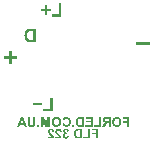
<source format=gbo>
%FSDAX44Y44*%
%MOMM*%
%SFA1B1*%

%IPPOS*%
%LNBot_silk-1*%
%LPD*%
G36*
X00756782Y00699041D02*
X00757129Y00698979D01*
X00757439Y00698881*
X00757575Y00698831*
X00757699Y00698781*
X00757823Y00698732*
X00757922Y00698682*
X00758009Y00698632*
X00758071Y00698583*
X00758133Y00698546*
X00758170Y00698521*
X00758195Y00698508*
X00758207Y00698496*
X00758331Y00698384*
X00758455Y00698260*
X00758554Y00698124*
X00758653Y00697975*
X00758802Y00697665*
X00758914Y00697368*
X00758963Y00697219*
X00758988Y00697083*
X00759025Y00696971*
X00759038Y00696860*
X00759062Y00696773*
Y00696711*
X00759075Y00696662*
Y00696649*
X00757525Y00696500*
X00757501Y00696736*
X00757464Y00696947*
X00757401Y00697108*
X00757352Y00697244*
X00757290Y00697357*
X00757253Y00697418*
X00757216Y00697467*
X00757203Y00697480*
X00757079Y00697579*
X00756955Y00697653*
X00756819Y00697703*
X00756695Y00697740*
X00756596Y00697765*
X00756497Y00697777*
X00756422*
X00756249Y00697765*
X00756088Y00697728*
X00755951Y00697690*
X00755840Y00697641*
X00755753Y00697579*
X00755691Y00697542*
X00755654Y00697504*
X00755641Y00697492*
X00755542Y00697380*
X00755480Y00697244*
X00755431Y00697108*
X00755394Y00696984*
X00755369Y00696872*
X00755356Y00696773*
Y00696711*
Y00696686*
X00755369Y00696513*
X00755406Y00696339*
X00755455Y00696178*
X00755517Y00696029*
X00755579Y00695905*
X00755629Y00695819*
X00755666Y00695757*
X00755679Y00695732*
X00755728Y00695657*
X00755803Y00695571*
X00755889Y00695484*
X00755988Y00695385*
X00756199Y00695162*
X00756422Y00694939*
X00756633Y00694740*
X00756732Y00694641*
X00756806Y00694567*
X00756881Y00694505*
X00756931Y00694443*
X00756968Y00694418*
X00756980Y00694406*
X00757216Y00694183*
X00757439Y00693972*
X00757625Y00693773*
X00757811Y00693587*
X00757972Y00693414*
X00758108Y00693253*
X00758244Y00693104*
X00758356Y00692968*
X00758444Y00692856*
X00758530Y00692745*
X00758591Y00692658*
X00758653Y00692584*
X00758691Y00692522*
X00758715Y00692484*
X00758740Y00692459*
Y00692447*
X00758889Y00692175*
X00759000Y00691902*
X00759100Y00691642*
X00759162Y00691394*
X00759211Y00691195*
X00759224Y00691108*
X00759236Y00691034*
X00759248Y00690984*
X00759261Y00690935*
Y00690910*
Y00690898*
X00753794*
Y00692348*
X00756906*
X00756806Y00692509*
X00756695Y00692633*
X00756658Y00692695*
X00756621Y00692732*
X00756596Y00692757*
X00756583Y00692769*
X00756534Y00692819*
X00756484Y00692869*
X00756348Y00693005*
X00756199Y00693154*
X00756038Y00693302*
X00755889Y00693451*
X00755765Y00693563*
X00755728Y00693612*
X00755691Y00693650*
X00755666Y00693662*
X00755654Y00693674*
X00755394Y00693910*
X00755183Y00694120*
X00754997Y00694306*
X00754861Y00694455*
X00754749Y00694567*
X00754675Y00694653*
X00754637Y00694703*
X00754625Y00694715*
X00754476Y00694914*
X00754340Y00695100*
X00754228Y00695273*
X00754142Y00695434*
X00754080Y00695558*
X00754030Y00695657*
X00754005Y00695720*
X00753993Y00695744*
X00753931Y00695930*
X00753881Y00696129*
X00753844Y00696302*
X00753819Y00696463*
X00753807Y00696599*
X00753794Y00696711*
Y00696773*
Y00696798*
X00753807Y00696971*
X00753819Y00697145*
X00753906Y00697455*
X00754018Y00697728*
X00754142Y00697963*
X00754266Y00698149*
X00754328Y00698236*
X00754377Y00698298*
X00754427Y00698347*
X00754464Y00698384*
X00754476Y00698397*
X00754489Y00698409*
X00754625Y00698521*
X00754761Y00698632*
X00754922Y00698719*
X00755071Y00698793*
X00755394Y00698905*
X00755691Y00698979*
X00755840Y00699017*
X00755964Y00699029*
X00756088Y00699041*
X00756187Y00699054*
X00756273Y00699066*
X00756583*
X00756782Y00699041*
G37*
G36*
X00796608Y00690898D02*
X00794959D01*
Y00694356*
X00791563*
Y00695732*
X00794959*
Y00697665*
X00791030*
Y00699041*
X00796608*
Y00690898*
G37*
G36*
X00789629D02*
X00783902D01*
Y00692274*
X00787980*
Y00698967*
X00789629*
Y00690898*
G37*
G36*
X00763103Y00699041D02*
X00763450Y00698979D01*
X00763760Y00698881*
X00763897Y00698831*
X00764021Y00698781*
X00764145Y00698732*
X00764244Y00698682*
X00764330Y00698632*
X00764392Y00698583*
X00764454Y00698546*
X00764492Y00698521*
X00764516Y00698508*
X00764529Y00698496*
X00764653Y00698384*
X00764777Y00698260*
X00764876Y00698124*
X00764975Y00697975*
X00765124Y00697665*
X00765235Y00697368*
X00765285Y00697219*
X00765310Y00697083*
X00765347Y00696971*
X00765359Y00696860*
X00765384Y00696773*
Y00696711*
X00765396Y00696662*
Y00696649*
X00763847Y00696500*
X00763822Y00696736*
X00763785Y00696947*
X00763723Y00697108*
X00763673Y00697244*
X00763612Y00697357*
X00763574Y00697418*
X00763537Y00697467*
X00763525Y00697480*
X00763401Y00697579*
X00763277Y00697653*
X00763140Y00697703*
X00763017Y00697740*
X00762917Y00697765*
X00762818Y00697777*
X00762744*
X00762570Y00697765*
X00762409Y00697728*
X00762273Y00697690*
X00762161Y00697641*
X00762075Y00697579*
X00762012Y00697542*
X00761975Y00697504*
X00761963Y00697492*
X00761864Y00697380*
X00761802Y00697244*
X00761752Y00697108*
X00761715Y00696984*
X00761690Y00696872*
X00761678Y00696773*
Y00696711*
Y00696686*
X00761690Y00696513*
X00761727Y00696339*
X00761777Y00696178*
X00761839Y00696029*
X00761901Y00695905*
X00761951Y00695819*
X00761988Y00695757*
X00762000Y00695732*
X00762050Y00695657*
X00762124Y00695571*
X00762211Y00695484*
X00762310Y00695385*
X00762521Y00695162*
X00762744Y00694939*
X00762954Y00694740*
X00763054Y00694641*
X00763128Y00694567*
X00763203Y00694505*
X00763252Y00694443*
X00763289Y00694418*
X00763302Y00694406*
X00763537Y00694183*
X00763760Y00693972*
X00763946Y00693773*
X00764132Y00693587*
X00764293Y00693414*
X00764430Y00693253*
X00764566Y00693104*
X00764677Y00692968*
X00764764Y00692856*
X00764851Y00692745*
X00764913Y00692658*
X00764975Y00692584*
X00765012Y00692522*
X00765037Y00692484*
X00765062Y00692459*
Y00692447*
X00765210Y00692175*
X00765322Y00691902*
X00765421Y00691642*
X00765483Y00691394*
X00765533Y00691195*
X00765545Y00691108*
X00765557Y00691034*
X00765570Y00690984*
X00765582Y00690935*
Y00690910*
Y00690898*
X00760116*
Y00692348*
X00763227*
X00763128Y00692509*
X00763017Y00692633*
X00762979Y00692695*
X00762942Y00692732*
X00762917Y00692757*
X00762905Y00692769*
X00762855Y00692819*
X00762806Y00692869*
X00762670Y00693005*
X00762521Y00693154*
X00762360Y00693302*
X00762211Y00693451*
X00762087Y00693563*
X00762050Y00693612*
X00762012Y00693650*
X00761988Y00693662*
X00761975Y00693674*
X00761715Y00693910*
X00761504Y00694120*
X00761318Y00694306*
X00761182Y00694455*
X00761070Y00694567*
X00760996Y00694653*
X00760959Y00694703*
X00760946Y00694715*
X00760798Y00694914*
X00760661Y00695100*
X00760550Y00695273*
X00760463Y00695434*
X00760401Y00695558*
X00760352Y00695657*
X00760327Y00695720*
X00760314Y00695744*
X00760252Y00695930*
X00760203Y00696129*
X00760166Y00696302*
X00760141Y00696463*
X00760128Y00696599*
X00760116Y00696711*
Y00696773*
Y00696798*
X00760128Y00696971*
X00760141Y00697145*
X00760228Y00697455*
X00760339Y00697728*
X00760463Y00697963*
X00760587Y00698149*
X00760649Y00698236*
X00760699Y00698298*
X00760748Y00698347*
X00760785Y00698384*
X00760798Y00698397*
X00760810Y00698409*
X00760946Y00698521*
X00761083Y00698632*
X00761244Y00698719*
X00761393Y00698793*
X00761715Y00698905*
X00762012Y00698979*
X00762161Y00699017*
X00762285Y00699029*
X00762409Y00699041*
X00762508Y00699054*
X00762595Y00699066*
X00762905*
X00763103Y00699041*
G37*
G36*
X00812572Y00709111D02*
X00812907Y00709074D01*
X00813205Y00709012*
X00813465Y00708962*
X00813576Y00708925*
X00813676Y00708901*
X00813763Y00708863*
X00813837Y00708839*
X00813899Y00708826*
X00813936Y00708801*
X00813961Y00708789*
X00813973*
X00814184Y00708690*
X00814382Y00708578*
X00814556Y00708454*
X00814717Y00708330*
X00814841Y00708231*
X00814940Y00708144*
X00815002Y00708082*
X00815027Y00708058*
X00815188Y00707872*
X00815349Y00707673*
X00815473Y00707487*
X00815585Y00707314*
X00815671Y00707165*
X00815733Y00707041*
X00815770Y00706967*
X00815783Y00706954*
Y00706942*
X00815907Y00706607*
X00815994Y00706260*
X00816056Y00705913*
X00816093Y00705579*
X00816118Y00705430*
Y00705293*
X00816130Y00705170*
X00816142Y00705058*
Y00704971*
Y00704909*
Y00704860*
Y00704847*
X00816130Y00704488*
X00816093Y00704153*
X00816043Y00703843*
X00815981Y00703546*
X00815894Y00703273*
X00815808Y00703025*
X00815709Y00702802*
X00815609Y00702591*
X00815510Y00702405*
X00815411Y00702244*
X00815324Y00702108*
X00815237Y00701996*
X00815175Y00701910*
X00815126Y00701848*
X00815089Y00701811*
X00815076Y00701798*
X00814866Y00701600*
X00814642Y00701439*
X00814419Y00701290*
X00814172Y00701167*
X00813936Y00701054*
X00813700Y00700968*
X00813465Y00700893*
X00813242Y00700831*
X00813031Y00700782*
X00812833Y00700757*
X00812647Y00700732*
X00812498Y00700707*
X00812374*
X00812275Y00700695*
X00812201*
X00811866Y00700707*
X00811556Y00700744*
X00811271Y00700794*
X00810998Y00700868*
X00810738Y00700955*
X00810502Y00701042*
X00810292Y00701141*
X00810094Y00701253*
X00809920Y00701352*
X00809771Y00701451*
X00809635Y00701538*
X00809536Y00701625*
X00809449Y00701699*
X00809387Y00701748*
X00809350Y00701786*
X00809337Y00701798*
X00809152Y00702021*
X00808978Y00702257*
X00808842Y00702505*
X00808718Y00702753*
X00808606Y00703013*
X00808519Y00703273*
X00808445Y00703521*
X00808395Y00703769*
X00808346Y00703992*
X00808321Y00704215*
X00808296Y00704401*
X00808271Y00704575*
Y00704711*
X00808259Y00704810*
Y00704872*
Y00704897*
X00808271Y00705256*
X00808309Y00705603*
X00808358Y00705926*
X00808433Y00706223*
X00808507Y00706496*
X00808594Y00706744*
X00808693Y00706979*
X00808792Y00707190*
X00808904Y00707376*
X00808990Y00707537*
X00809089Y00707673*
X00809164Y00707785*
X00809238Y00707884*
X00809288Y00707946*
X00809325Y00707983*
X00809337Y00707996*
X00809548Y00708194*
X00809771Y00708368*
X00810007Y00708516*
X00810242Y00708653*
X00810478Y00708752*
X00810726Y00708851*
X00810949Y00708925*
X00811184Y00708987*
X00811395Y00709024*
X00811593Y00709062*
X00811767Y00709087*
X00811916Y00709111*
X00812039*
X00812139Y00709124*
X00812213*
X00812572Y00709111*
G37*
G36*
X00761430D02*
X00761765Y00709074D01*
X00762062Y00709012*
X00762322Y00708962*
X00762434Y00708925*
X00762533Y00708901*
X00762620Y00708863*
X00762694Y00708839*
X00762756Y00708826*
X00762793Y00708801*
X00762818Y00708789*
X00762831*
X00763041Y00708690*
X00763240Y00708578*
X00763413Y00708454*
X00763574Y00708330*
X00763698Y00708231*
X00763797Y00708144*
X00763859Y00708082*
X00763884Y00708058*
X00764045Y00707872*
X00764207Y00707673*
X00764330Y00707487*
X00764442Y00707314*
X00764529Y00707165*
X00764591Y00707041*
X00764628Y00706967*
X00764640Y00706954*
Y00706942*
X00764764Y00706607*
X00764851Y00706260*
X00764913Y00705913*
X00764950Y00705579*
X00764975Y00705430*
Y00705293*
X00764987Y00705170*
X00765000Y00705058*
Y00704971*
Y00704909*
Y00704860*
Y00704847*
X00764987Y00704488*
X00764950Y00704153*
X00764901Y00703843*
X00764839Y00703546*
X00764752Y00703273*
X00764665Y00703025*
X00764566Y00702802*
X00764467Y00702591*
X00764368Y00702405*
X00764268Y00702244*
X00764182Y00702108*
X00764095Y00701996*
X00764033Y00701910*
X00763983Y00701848*
X00763946Y00701811*
X00763934Y00701798*
X00763723Y00701600*
X00763500Y00701439*
X00763277Y00701290*
X00763029Y00701167*
X00762793Y00701054*
X00762558Y00700968*
X00762322Y00700893*
X00762099Y00700831*
X00761889Y00700782*
X00761690Y00700757*
X00761504Y00700732*
X00761356Y00700707*
X00761232*
X00761132Y00700695*
X00761058*
X00760723Y00700707*
X00760414Y00700744*
X00760128Y00700794*
X00759856Y00700868*
X00759595Y00700955*
X00759360Y00701042*
X00759149Y00701141*
X00758952Y00701253*
X00758777Y00701352*
X00758629Y00701451*
X00758492Y00701538*
X00758393Y00701625*
X00758306Y00701699*
X00758244Y00701748*
X00758207Y00701786*
X00758195Y00701798*
X00758009Y00702021*
X00757835Y00702257*
X00757699Y00702505*
X00757575Y00702753*
X00757464Y00703013*
X00757377Y00703273*
X00757302Y00703521*
X00757253Y00703769*
X00757203Y00703992*
X00757178Y00704215*
X00757154Y00704401*
X00757129Y00704575*
Y00704711*
X00757116Y00704810*
Y00704872*
Y00704897*
X00757129Y00705256*
X00757166Y00705603*
X00757216Y00705926*
X00757290Y00706223*
X00757364Y00706496*
X00757451Y00706744*
X00757550Y00706979*
X00757649Y00707190*
X00757761Y00707376*
X00757848Y00707537*
X00757947Y00707673*
X00758021Y00707785*
X00758096Y00707884*
X00758145Y00707946*
X00758182Y00707983*
X00758195Y00707996*
X00758406Y00708194*
X00758629Y00708368*
X00758864Y00708516*
X00759100Y00708653*
X00759335Y00708752*
X00759583Y00708851*
X00759806Y00708925*
X00760042Y00708987*
X00760252Y00709024*
X00760451Y00709062*
X00760624Y00709087*
X00760773Y00709111*
X00760897*
X00760996Y00709124*
X00761070*
X00761430Y00709111*
G37*
G36*
X00769388Y00699054D02*
X00769623Y00699029D01*
X00769821Y00698979*
X00770007Y00698942*
X00770156Y00698893*
X00770268Y00698843*
X00770342Y00698818*
X00770355Y00698806*
X00770367*
X00770553Y00698707*
X00770726Y00698595*
X00770863Y00698484*
X00770987Y00698373*
X00771086Y00698260*
X00771148Y00698186*
X00771197Y00698137*
X00771210Y00698112*
X00771309Y00697938*
X00771408Y00697740*
X00771482Y00697542*
X00771544Y00697357*
X00771594Y00697182*
X00771631Y00697046*
X00771644Y00696996*
Y00696959*
X00771656Y00696934*
Y00696922*
X00770218Y00696686*
X00770193Y00696872*
X00770144Y00697033*
X00770094Y00697170*
X00770032Y00697294*
X00769970Y00697380*
X00769933Y00697442*
X00769896Y00697480*
X00769883Y00697492*
X00769772Y00697591*
X00769648Y00697653*
X00769536Y00697703*
X00769425Y00697740*
X00769326Y00697765*
X00769251Y00697777*
X00769189*
X00769041Y00697765*
X00768904Y00697740*
X00768793Y00697703*
X00768694Y00697653*
X00768619Y00697604*
X00768570Y00697566*
X00768532Y00697542*
X00768520Y00697529*
X00768433Y00697430*
X00768371Y00697318*
X00768334Y00697207*
X00768297Y00697108*
X00768285Y00697021*
X00768272Y00696947*
Y00696885*
Y00696872*
X00768285Y00696699*
X00768322Y00696550*
X00768384Y00696414*
X00768446Y00696302*
X00768508Y00696215*
X00768570Y00696141*
X00768607Y00696104*
X00768619Y00696091*
X00768755Y00696005*
X00768917Y00695930*
X00769078Y00695881*
X00769227Y00695856*
X00769363Y00695843*
X00769487Y00695831*
X00769586*
X00769760Y00694567*
X00769611Y00694604*
X00769474Y00694641*
X00769351Y00694666*
X00769251Y00694678*
X00769164Y00694691*
X00769053*
X00768892Y00694678*
X00768743Y00694641*
X00768607Y00694579*
X00768495Y00694517*
X00768396Y00694455*
X00768334Y00694393*
X00768285Y00694356*
X00768272Y00694344*
X00768160Y00694207*
X00768086Y00694046*
X00768024Y00693897*
X00767987Y00693749*
X00767962Y00693612*
X00767950Y00693501*
Y00693426*
Y00693414*
Y00693402*
X00767962Y00693178*
X00767999Y00692980*
X00768061Y00692807*
X00768111Y00692658*
X00768173Y00692546*
X00768235Y00692472*
X00768272Y00692410*
X00768285Y00692398*
X00768421Y00692274*
X00768557Y00692187*
X00768694Y00692125*
X00768818Y00692088*
X00768929Y00692063*
X00769016Y00692038*
X00769103*
X00769264Y00692050*
X00769412Y00692088*
X00769536Y00692137*
X00769648Y00692187*
X00769747Y00692236*
X00769809Y00692286*
X00769859Y00692323*
X00769871Y00692336*
X00769983Y00692459*
X00770069Y00692608*
X00770131Y00692757*
X00770181Y00692893*
X00770218Y00693030*
X00770243Y00693129*
X00770255Y00693203*
Y00693216*
Y00693228*
X00771767Y00693042*
X00771743Y00692856*
X00771706Y00692670*
X00771594Y00692348*
X00771458Y00692063*
X00771309Y00691827*
X00771235Y00691728*
X00771173Y00691642*
X00771111Y00691555*
X00771049Y00691493*
X00770999Y00691443*
X00770962Y00691406*
X00770949Y00691394*
X00770937Y00691381*
X00770801Y00691270*
X00770652Y00691170*
X00770491Y00691084*
X00770342Y00691022*
X00770032Y00690898*
X00769735Y00690823*
X00769611Y00690799*
X00769487Y00690786*
X00769375Y00690774*
X00769276Y00690761*
X00769202Y00690749*
X00769090*
X00768879Y00690761*
X00768669Y00690786*
X00768483Y00690823*
X00768297Y00690873*
X00768123Y00690922*
X00767962Y00690984*
X00767813Y00691059*
X00767677Y00691134*
X00767553Y00691195*
X00767454Y00691270*
X00767355Y00691332*
X00767280Y00691394*
X00767218Y00691431*
X00767181Y00691468*
X00767157Y00691493*
X00767144Y00691505*
X00767008Y00691654*
X00766884Y00691803*
X00766772Y00691951*
X00766685Y00692112*
X00766611Y00692261*
X00766549Y00692410*
X00766450Y00692695*
X00766413Y00692831*
X00766388Y00692955*
X00766376Y00693054*
X00766363Y00693154*
X00766351Y00693228*
Y00693278*
Y00693315*
Y00693327*
X00766363Y00693600*
X00766413Y00693835*
X00766487Y00694059*
X00766562Y00694244*
X00766636Y00694393*
X00766710Y00694505*
X00766760Y00694567*
X00766772Y00694592*
X00766946Y00694765*
X00767119Y00694914*
X00767305Y00695038*
X00767491Y00695125*
X00767640Y00695187*
X00767776Y00695236*
X00767826Y00695248*
X00767851*
X00767875Y00695261*
X00767888*
X00767677Y00695385*
X00767504Y00695521*
X00767342Y00695657*
X00767207Y00695806*
X00767094Y00695943*
X00766995Y00696091*
X00766921Y00696228*
X00766859Y00696364*
X00766810Y00696488*
X00766772Y00696599*
X00766748Y00696699*
X00766723Y00696798*
Y00696872*
X00766710Y00696922*
Y00696959*
Y00696971*
Y00697108*
X00766735Y00697244*
X00766797Y00697504*
X00766896Y00697728*
X00766995Y00697926*
X00767107Y00698099*
X00767207Y00698223*
X00767243Y00698260*
X00767268Y00698298*
X00767280Y00698310*
X00767293Y00698323*
X00767429Y00698459*
X00767566Y00698570*
X00767727Y00698670*
X00767875Y00698756*
X00768024Y00698831*
X00768185Y00698881*
X00768470Y00698979*
X00768607Y00699004*
X00768743Y00699029*
X00768855Y00699041*
X00768954Y00699054*
X00769028Y00699066*
X00769140*
X00769388Y00699054*
G37*
G36*
X00782725Y00690898D02*
X00779651D01*
X00779329Y00690910*
X00779031Y00690922*
X00778783Y00690947*
X00778585Y00690984*
X00778411Y00691009*
X00778300Y00691034*
X00778225Y00691047*
X00778201Y00691059*
X00777940Y00691158*
X00777717Y00691257*
X00777519Y00691369*
X00777345Y00691480*
X00777221Y00691567*
X00777122Y00691642*
X00777073Y00691703*
X00777048Y00691716*
X00776850Y00691939*
X00776676Y00692175*
X00776527Y00692410*
X00776403Y00692645*
X00776304Y00692844*
X00776267Y00692931*
X00776230Y00693005*
X00776205Y00693067*
X00776193Y00693117*
X00776180Y00693141*
Y00693154*
X00776094Y00693439*
X00776031Y00693736*
X00775982Y00694021*
X00775957Y00694294*
X00775932Y00694529*
Y00694629*
X00775920Y00694715*
Y00694790*
Y00694839*
Y00694877*
Y00694889*
X00775932Y00695298*
X00775957Y00695670*
X00776007Y00696005*
X00776031Y00696141*
X00776056Y00696277*
X00776081Y00696401*
X00776106Y00696500*
X00776131Y00696599*
X00776155Y00696674*
X00776168Y00696736*
X00776180Y00696773*
X00776193Y00696798*
Y00696810*
X00776304Y00697095*
X00776428Y00697343*
X00776552Y00697566*
X00776676Y00697765*
X00776800Y00697913*
X00776887Y00698025*
X00776949Y00698099*
X00776961Y00698124*
X00776973*
X00777172Y00698310*
X00777383Y00698471*
X00777581Y00698608*
X00777767Y00698707*
X00777940Y00698781*
X00778064Y00698843*
X00778114Y00698856*
X00778151Y00698868*
X00778176Y00698881*
X00778188*
X00778411Y00698930*
X00778659Y00698979*
X00778907Y00699004*
X00779167Y00699017*
X00779391Y00699029*
X00779490Y00699041*
X00782725*
Y00690898*
G37*
G36*
X00839999Y00769818D02*
X00828620D01*
Y00772694*
X00839999*
Y00769818*
G37*
G36*
X00723485Y00760669D02*
X00727749D01*
Y00757794*
X00723485*
Y00753579*
X00720634*
Y00757794*
X00716370*
Y00760669*
X00720634*
Y00764884*
X00723485*
Y00760669*
G37*
G36*
X00743499Y00772499D02*
X00739197D01*
X00738746Y00772516*
X00738329Y00772534*
X00737982Y00772568*
X00737705Y00772620*
X00737462Y00772655*
X00737306Y00772690*
X00737202Y00772707*
X00737167Y00772725*
X00736803Y00772863*
X00736490Y00773002*
X00736213Y00773158*
X00735970Y00773314*
X00735796Y00773436*
X00735658Y00773540*
X00735588Y00773627*
X00735554Y00773644*
X00735276Y00773956*
X00735033Y00774286*
X00734825Y00774615*
X00734651Y00774945*
X00734513Y00775223*
X00734461Y00775344*
X00734409Y00775448*
X00734374Y00775535*
X00734357Y00775604*
X00734339Y00775639*
Y00775656*
X00734218Y00776055*
X00734131Y00776472*
X00734062Y00776871*
X00734027Y00777252*
X00733992Y00777582*
Y00777721*
X00733975Y00777842*
Y00777946*
Y00778016*
Y00778068*
Y00778085*
X00733992Y00778658*
X00734027Y00779178*
X00734096Y00779647*
X00734131Y00779837*
X00734166Y00780028*
X00734200Y00780202*
X00734235Y00780340*
X00734270Y00780479*
X00734304Y00780583*
X00734322Y00780670*
X00734339Y00780722*
X00734357Y00780757*
Y00780774*
X00734513Y00781173*
X00734686Y00781520*
X00734860Y00781832*
X00735033Y00782110*
X00735207Y00782318*
X00735328Y00782474*
X00735415Y00782578*
X00735432Y00782613*
X00735449*
X00735727Y00782873*
X00736022Y00783099*
X00736300Y00783290*
X00736560Y00783428*
X00736803Y00783532*
X00736976Y00783619*
X00737046Y00783636*
X00737097Y00783654*
X00737132Y00783671*
X00737150*
X00737462Y00783741*
X00737809Y00783810*
X00738156Y00783845*
X00738520Y00783862*
X00738832Y00783879*
X00738971Y00783897*
X00743499*
Y00772499*
G37*
G36*
X00757999Y00714249D02*
X00749984D01*
Y00716175*
X00755692*
Y00725543*
X00757999*
Y00714249*
G37*
G36*
X00753105Y00800591D02*
X00756089D01*
Y00798579*
X00753105*
Y00795630*
X00751110*
Y00798579*
X00748126*
Y00800591*
X00751110*
Y00803540*
X00753105*
Y00800591*
G37*
G36*
X00765249Y00793999D02*
X00757234D01*
Y00795925*
X00762942*
Y00805293*
X00765249*
Y00793999*
G37*
G36*
X00748839Y00718846D02*
X00740876D01*
Y00720859*
X00748839*
Y00718846*
G37*
G36*
X00735822Y00700844D02*
X00734086D01*
X00733417Y00702691*
X00730132*
X00729438Y00700844*
X00727653*
X00730925Y00708987*
X00732661*
X00735822Y00700844*
G37*
G36*
X00822749D02*
X00821100D01*
Y00704302*
X00817704*
Y00705678*
X00821100*
Y00707611*
X00817171*
Y00708987*
X00822749*
Y00700844*
G37*
G36*
X00806970D02*
X00805321D01*
Y00704240*
X00804801*
X00804627Y00704228*
X00804491Y00704215*
X00804379Y00704190*
X00804293Y00704178*
X00804231Y00704153*
X00804193Y00704141*
X00804181*
X00804082Y00704104*
X00803995Y00704054*
X00803834Y00703942*
X00803772Y00703893*
X00803722Y00703843*
X00803698Y00703819*
X00803685Y00703806*
X00803636Y00703756*
X00803586Y00703682*
X00803450Y00703509*
X00803301Y00703323*
X00803165Y00703112*
X00803028Y00702914*
X00802966Y00702839*
X00802917Y00702753*
X00802879Y00702691*
X00802842Y00702641*
X00802830Y00702616*
X00802818Y00702604*
X00801652Y00700844*
X00799681*
X00800673Y00702430*
X00800785Y00702604*
X00800884Y00702753*
X00800971Y00702901*
X00801070Y00703038*
X00801218Y00703261*
X00801355Y00703447*
X00801466Y00703583*
X00801541Y00703670*
X00801590Y00703732*
X00801603Y00703744*
X00801739Y00703881*
X00801888Y00704004*
X00802037Y00704128*
X00802173Y00704228*
X00802297Y00704314*
X00802396Y00704376*
X00802458Y00704414*
X00802470Y00704426*
X00802483*
X00802285Y00704463*
X00802111Y00704500*
X00801937Y00704550*
X00801789Y00704612*
X00801640Y00704674*
X00801504Y00704736*
X00801392Y00704798*
X00801281Y00704860*
X00801194Y00704922*
X00801107Y00704984*
X00801045Y00705046*
X00800983Y00705083*
X00800946Y00705132*
X00800909Y00705157*
X00800884Y00705170*
Y00705182*
X00800785Y00705293*
X00800698Y00705417*
X00800574Y00705665*
X00800475Y00705926*
X00800400Y00706161*
X00800363Y00706372*
X00800351Y00706459*
Y00706545*
X00800339Y00706607*
Y00706657*
Y00706682*
Y00706694*
X00800351Y00706954*
X00800388Y00707202*
X00800450Y00707413*
X00800512Y00707599*
X00800586Y00707760*
X00800636Y00707872*
X00800685Y00707946*
X00800698Y00707971*
X00800847Y00708169*
X00800995Y00708330*
X00801157Y00708467*
X00801305Y00708578*
X00801442Y00708665*
X00801553Y00708727*
X00801628Y00708752*
X00801640Y00708764*
X00801652*
X00801764Y00708801*
X00801900Y00708839*
X00802198Y00708888*
X00802508Y00708938*
X00802818Y00708962*
X00802954Y00708975*
X00803214*
X00803326Y00708987*
X00806970*
Y00700844*
G37*
G36*
X00743197Y00704637D02*
Y00704389D01*
X00743184Y00704153*
Y00703930*
X00743172Y00703732*
X00743159Y00703546*
X00743147Y00703372*
X00743135Y00703223*
X00743122Y00703087*
X00743110Y00702963*
X00743097Y00702864*
X00743085Y00702765*
X00743073Y00702703*
X00743060Y00702641*
X00743048Y00702604*
Y00702579*
Y00702567*
X00742998Y00702393*
X00742924Y00702232*
X00742849Y00702071*
X00742775Y00701934*
X00742701Y00701823*
X00742639Y00701736*
X00742602Y00701686*
X00742589Y00701662*
X00742440Y00701513*
X00742292Y00701364*
X00742131Y00701253*
X00741982Y00701141*
X00741845Y00701067*
X00741734Y00701005*
X00741660Y00700968*
X00741647Y00700955*
X00741635*
X00741511Y00700906*
X00741387Y00700868*
X00741102Y00700806*
X00740817Y00700757*
X00740532Y00700732*
X00740271Y00700707*
X00740160*
X00740061Y00700695*
X00739875*
X00739528Y00700707*
X00739218Y00700732*
X00738957Y00700769*
X00738734Y00700819*
X00738548Y00700856*
X00738474Y00700881*
X00738424Y00700893*
X00738375Y00700906*
X00738338Y00700918*
X00738325Y00700930*
X00738313*
X00738102Y00701030*
X00737916Y00701141*
X00737755Y00701253*
X00737606Y00701364*
X00737507Y00701451*
X00737420Y00701525*
X00737371Y00701587*
X00737358Y00701600*
X00737235Y00701761*
X00737123Y00701934*
X00737049Y00702108*
X00736974Y00702269*
X00736925Y00702418*
X00736887Y00702529*
X00736863Y00702604*
Y00702616*
Y00702629*
X00736838Y00702753*
X00736813Y00702889*
X00736801Y00703050*
X00736788Y00703211*
X00736764Y00703546*
X00736739Y00703893*
Y00704054*
Y00704203*
X00736727Y00704339*
Y00704463*
Y00704562*
Y00704637*
Y00704686*
Y00704699*
Y00708987*
X00738375*
Y00704463*
Y00704289*
Y00704128*
X00738387Y00703980*
Y00703843*
X00738400Y00703595*
X00738412Y00703409*
X00738424Y00703261*
X00738437Y00703162*
X00738449Y00703100*
Y00703075*
X00738486Y00702926*
X00738548Y00702790*
X00738623Y00702678*
X00738697Y00702579*
X00738759Y00702492*
X00738821Y00702430*
X00738871Y00702393*
X00738883Y00702381*
X00739032Y00702281*
X00739193Y00702220*
X00739367Y00702170*
X00739528Y00702133*
X00739689Y00702108*
X00739813Y00702096*
X00739924*
X00740160Y00702108*
X00740383Y00702145*
X00740569Y00702195*
X00740718Y00702244*
X00740842Y00702294*
X00740928Y00702344*
X00740978Y00702381*
X00741003Y00702393*
X00741139Y00702517*
X00741238Y00702641*
X00741325Y00702777*
X00741399Y00702914*
X00741437Y00703025*
X00741474Y00703112*
X00741498Y00703174*
Y00703199*
X00741511Y00703261*
Y00703347*
X00741523Y00703546*
X00741536Y00703769*
Y00703992*
X00741548Y00704215*
Y00704314*
Y00704389*
Y00704463*
Y00704513*
Y00704550*
Y00704562*
Y00708987*
X00743197*
Y00704637*
G37*
G36*
X00755852Y00700844D02*
X00754328D01*
Y00707252*
X00752716Y00700844*
X00751142*
X00749530Y00707252*
X00749518Y00700844*
X00747994*
Y00708987*
X00750473*
X00751923Y00703422*
X00753398Y00708987*
X00755852*
Y00700844*
G37*
G36*
X00769673Y00709111D02*
X00769970Y00709074D01*
X00770255Y00709024*
X00770516Y00708950*
X00770763Y00708863*
X00770987Y00708764*
X00771197Y00708665*
X00771383Y00708566*
X00771557Y00708454*
X00771706Y00708355*
X00771830Y00708256*
X00771941Y00708169*
X00772015Y00708095*
X00772077Y00708045*
X00772115Y00708008*
X00772127Y00707996*
X00772313Y00707773*
X00772474Y00707537*
X00772610Y00707289*
X00772734Y00707029*
X00772833Y00706769*
X00772908Y00706496*
X00772982Y00706248*
X00773032Y00705988*
X00773081Y00705752*
X00773119Y00705541*
X00773131Y00705343*
X00773156Y00705170*
Y00705033*
X00773168Y00704922*
Y00704860*
Y00704835*
X00773156Y00704488*
X00773119Y00704153*
X00773069Y00703843*
X00773007Y00703558*
X00772920Y00703286*
X00772833Y00703038*
X00772747Y00702802*
X00772648Y00702604*
X00772548Y00702418*
X00772462Y00702257*
X00772363Y00702120*
X00772288Y00702009*
X00772226Y00701922*
X00772177Y00701860*
X00772139Y00701823*
X00772127Y00701811*
X00771929Y00701612*
X00771718Y00701451*
X00771495Y00701302*
X00771272Y00701178*
X00771049Y00701067*
X00770825Y00700980*
X00770615Y00700906*
X00770404Y00700844*
X00770206Y00700794*
X00770032Y00700769*
X00769871Y00700744*
X00769735Y00700720*
X00769623*
X00769536Y00700707*
X00769462*
X00769227Y00700720*
X00768991Y00700732*
X00768780Y00700769*
X00768570Y00700806*
X00768384Y00700856*
X00768210Y00700906*
X00768049Y00700968*
X00767900Y00701030*
X00767764Y00701092*
X00767640Y00701153*
X00767541Y00701203*
X00767454Y00701253*
X00767392Y00701290*
X00767342Y00701327*
X00767318Y00701339*
X00767305Y00701352*
X00767144Y00701476*
X00767008Y00701625*
X00766748Y00701934*
X00766537Y00702269*
X00766376Y00702591*
X00766301Y00702740*
X00766239Y00702889*
X00766191Y00703013*
X00766152Y00703124*
X00766115Y00703223*
X00766091Y00703286*
X00766078Y00703335*
Y00703347*
X00767677Y00703843*
X00767764Y00703521*
X00767875Y00703261*
X00767987Y00703025*
X00768099Y00702839*
X00768198Y00702703*
X00768285Y00702591*
X00768334Y00702542*
X00768359Y00702517*
X00768545Y00702381*
X00768731Y00702281*
X00768917Y00702207*
X00769103Y00702158*
X00769251Y00702133*
X00769375Y00702120*
X00769425Y00702108*
X00769487*
X00769648Y00702120*
X00769797Y00702133*
X00770082Y00702207*
X00770330Y00702306*
X00770540Y00702430*
X00770702Y00702554*
X00770825Y00702653*
X00770900Y00702728*
X00770912Y00702740*
X00770925Y00702753*
X00771024Y00702889*
X00771098Y00703038*
X00771173Y00703199*
X00771235Y00703372*
X00771334Y00703744*
X00771396Y00704104*
X00771421Y00704277*
X00771445Y00704438*
X00771458Y00704575*
Y00704711*
X00771470Y00704810*
Y00704897*
Y00704947*
Y00704959*
X00771458Y00705219*
X00771445Y00705467*
X00771421Y00705703*
X00771383Y00705901*
X00771346Y00706099*
X00771297Y00706273*
X00771247Y00706422*
X00771185Y00706558*
X00771135Y00706682*
X00771086Y00706781*
X00771036Y00706868*
X00770999Y00706942*
X00770962Y00706992*
X00770937Y00707041*
X00770912Y00707054*
Y00707066*
X00770801Y00707178*
X00770689Y00707289*
X00770565Y00707376*
X00770454Y00707450*
X00770206Y00707562*
X00769970Y00707636*
X00769760Y00707686*
X00769673Y00707698*
X00769598Y00707711*
X00769536Y00707723*
X00769450*
X00769214Y00707711*
X00769003Y00707661*
X00768805Y00707611*
X00768644Y00707537*
X00768508Y00707475*
X00768421Y00707413*
X00768359Y00707364*
X00768334Y00707351*
X00768173Y00707202*
X00768049Y00707041*
X00767937Y00706880*
X00767863Y00706719*
X00767801Y00706570*
X00767752Y00706459*
X00767739Y00706384*
X00767727Y00706372*
Y00706359*
X00766103Y00706744*
X00766215Y00707091*
X00766351Y00707388*
X00766500Y00707636*
X00766636Y00707847*
X00766760Y00708020*
X00766859Y00708132*
X00766921Y00708206*
X00766933Y00708231*
X00766946*
X00767132Y00708392*
X00767318Y00708529*
X00767516Y00708640*
X00767715Y00708752*
X00767913Y00708839*
X00768123Y00708901*
X00768309Y00708962*
X00768508Y00709012*
X00768681Y00709049*
X00768842Y00709074*
X00768991Y00709099*
X00769115Y00709111*
X00769214Y00709124*
X00769363*
X00769673Y00709111*
G37*
G36*
X00784237Y00700844D02*
X00781163D01*
X00780841Y00700856*
X00780543Y00700868*
X00780295Y00700893*
X00780097Y00700930*
X00779924Y00700955*
X00779812Y00700980*
X00779738Y00700992*
X00779713Y00701005*
X00779453Y00701104*
X00779229Y00701203*
X00779031Y00701315*
X00778858Y00701426*
X00778734Y00701513*
X00778634Y00701587*
X00778585Y00701649*
X00778560Y00701662*
X00778362Y00701885*
X00778188Y00702120*
X00778039Y00702356*
X00777916Y00702591*
X00777816Y00702790*
X00777779Y00702877*
X00777742Y00702951*
X00777717Y00703013*
X00777705Y00703062*
X00777692Y00703087*
Y00703100*
X00777606Y00703385*
X00777544Y00703682*
X00777494Y00703967*
X00777469Y00704240*
X00777445Y00704475*
Y00704575*
X00777432Y00704661*
Y00704736*
Y00704785*
Y00704823*
Y00704835*
X00777445Y00705244*
X00777469Y00705616*
X00777519Y00705951*
X00777544Y00706087*
X00777569Y00706223*
X00777593Y00706347*
X00777618Y00706446*
X00777643Y00706545*
X00777668Y00706620*
X00777680Y00706682*
X00777692Y00706719*
X00777705Y00706744*
Y00706756*
X00777816Y00707041*
X00777940Y00707289*
X00778064Y00707512*
X00778188Y00707711*
X00778312Y00707859*
X00778399Y00707971*
X00778461Y00708045*
X00778473Y00708070*
X00778486*
X00778684Y00708256*
X00778895Y00708417*
X00779093Y00708554*
X00779279Y00708653*
X00779453Y00708727*
X00779576Y00708789*
X00779626Y00708801*
X00779663Y00708814*
X00779688Y00708826*
X00779701*
X00779924Y00708876*
X00780172Y00708925*
X00780419Y00708950*
X00780680Y00708962*
X00780903Y00708975*
X00781002Y00708987*
X00784237*
Y00700844*
G37*
G36*
X00776056D02*
X00774494D01*
Y00702405*
X00776056*
Y00700844*
G37*
G36*
X00746382D02*
X00744820D01*
Y00702405*
X00746382*
Y00700844*
G37*
G36*
X00798727D02*
X00793000D01*
Y00702220*
X00797078*
Y00708914*
X00798727*
Y00700844*
G37*
G36*
X00791823D02*
X00785638D01*
Y00702220*
X00790174*
Y00704426*
X00786109*
Y00705802*
X00790174*
Y00707611*
X00785799*
Y00708987*
X00791823*
Y00700844*
G37*
%LNBot_silk-2*%
%LPC*%
G36*
X00812300Y00707723D02*
X00812201D01*
X00812015Y00707711*
X00811841Y00707698*
X00811519Y00707611*
X00811234Y00707500*
X00811011Y00707376*
X00810912Y00707314*
X00810825Y00707252*
X00810750Y00707190*
X00810688Y00707140*
X00810639Y00707091*
X00810602Y00707054*
X00810589Y00707041*
X00810577Y00707029*
X00810465Y00706892*
X00810366Y00706744*
X00810292Y00706583*
X00810217Y00706409*
X00810106Y00706062*
X00810032Y00705727*
X00810007Y00705566*
X00809994Y00705417*
X00809969Y00705281*
Y00705170*
X00809957Y00705070*
Y00704996*
Y00704947*
Y00704934*
X00809969Y00704674*
X00809982Y00704438*
X00810019Y00704203*
X00810056Y00704004*
X00810106Y00703806*
X00810155Y00703633*
X00810217Y00703471*
X00810267Y00703335*
X00810329Y00703211*
X00810391Y00703100*
X00810441Y00703013*
X00810490Y00702938*
X00810527Y00702877*
X00810564Y00702839*
X00810577Y00702814*
X00810589Y00702802*
X00810713Y00702678*
X00810837Y00702567*
X00810974Y00702480*
X00811110Y00702393*
X00811246Y00702331*
X00811383Y00702269*
X00811630Y00702183*
X00811854Y00702133*
X00811953Y00702120*
X00812039Y00702108*
X00812102Y00702096*
X00812201*
X00812374Y00702108*
X00812548Y00702120*
X00812709Y00702158*
X00812870Y00702207*
X00813143Y00702319*
X00813378Y00702455*
X00813564Y00702579*
X00813639Y00702641*
X00813700Y00702691*
X00813750Y00702740*
X00813787Y00702777*
X00813800Y00702790*
X00813812Y00702802*
X00813924Y00702938*
X00814023Y00703100*
X00814109Y00703261*
X00814172Y00703434*
X00814295Y00703781*
X00814370Y00704128*
X00814395Y00704289*
X00814407Y00704438*
X00814419Y00704562*
X00814432Y00704686*
X00814444Y00704773*
Y00704847*
Y00704897*
Y00704909*
X00814432Y00705170*
X00814419Y00705405*
X00814382Y00705628*
X00814345Y00705839*
X00814308Y00706025*
X00814246Y00706198*
X00814197Y00706359*
X00814134Y00706496*
X00814085Y00706620*
X00814023Y00706719*
X00813973Y00706818*
X00813936Y00706892*
X00813886Y00706942*
X00813862Y00706979*
X00813849Y00707004*
X00813837Y00707017*
X00813713Y00707140*
X00813589Y00707252*
X00813453Y00707339*
X00813316Y00707426*
X00813181Y00707500*
X00813044Y00707550*
X00812783Y00707636*
X00812560Y00707686*
X00812461Y00707698*
X00812374Y00707711*
X00812300Y00707723*
G37*
G36*
X00761157D02*
X00761058D01*
X00760872Y00707711*
X00760699Y00707698*
X00760376Y00707611*
X00760091Y00707500*
X00759868Y00707376*
X00759769Y00707314*
X00759682Y00707252*
X00759608Y00707190*
X00759546Y00707140*
X00759496Y00707091*
X00759460Y00707054*
X00759447Y00707041*
X00759434Y00707029*
X00759323Y00706892*
X00759224Y00706744*
X00759149Y00706583*
X00759075Y00706409*
X00758963Y00706062*
X00758889Y00705727*
X00758864Y00705566*
X00758852Y00705417*
X00758827Y00705281*
Y00705170*
X00758815Y00705070*
Y00704996*
Y00704947*
Y00704934*
X00758827Y00704674*
X00758839Y00704438*
X00758876Y00704203*
X00758914Y00704004*
X00758963Y00703806*
X00759013Y00703633*
X00759075Y00703471*
X00759124Y00703335*
X00759186Y00703211*
X00759248Y00703100*
X00759298Y00703013*
X00759348Y00702938*
X00759385Y00702877*
X00759422Y00702839*
X00759434Y00702814*
X00759447Y00702802*
X00759571Y00702678*
X00759695Y00702567*
X00759831Y00702480*
X00759968Y00702393*
X00760104Y00702331*
X00760240Y00702269*
X00760488Y00702183*
X00760711Y00702133*
X00760810Y00702120*
X00760897Y00702108*
X00760959Y00702096*
X00761058*
X00761232Y00702108*
X00761405Y00702120*
X00761566Y00702158*
X00761727Y00702207*
X00762000Y00702319*
X00762236Y00702455*
X00762422Y00702579*
X00762496Y00702641*
X00762558Y00702691*
X00762607Y00702740*
X00762645Y00702777*
X00762657Y00702790*
X00762670Y00702802*
X00762781Y00702938*
X00762880Y00703100*
X00762967Y00703261*
X00763029Y00703434*
X00763153Y00703781*
X00763227Y00704128*
X00763252Y00704289*
X00763264Y00704438*
X00763277Y00704562*
X00763289Y00704686*
X00763302Y00704773*
Y00704847*
Y00704897*
Y00704909*
X00763289Y00705170*
X00763277Y00705405*
X00763240Y00705628*
X00763203Y00705839*
X00763165Y00706025*
X00763103Y00706198*
X00763054Y00706359*
X00762992Y00706496*
X00762942Y00706620*
X00762880Y00706719*
X00762831Y00706818*
X00762793Y00706892*
X00762744Y00706942*
X00762719Y00706979*
X00762707Y00707004*
X00762694Y00707017*
X00762570Y00707140*
X00762446Y00707252*
X00762310Y00707339*
X00762174Y00707426*
X00762037Y00707500*
X00761901Y00707550*
X00761641Y00707636*
X00761418Y00707686*
X00761318Y00707698*
X00761232Y00707711*
X00761157Y00707723*
G37*
G36*
X00781076Y00697665D02*
X00779998D01*
X00779849Y00697653*
X00779713*
X00779589Y00697641*
X00779490*
X00779391Y00697628*
X00779304*
X00779167Y00697604*
X00779081Y00697591*
X00779019Y00697579*
X00779006*
X00778845Y00697529*
X00778697Y00697480*
X00778560Y00697418*
X00778461Y00697357*
X00778374Y00697294*
X00778300Y00697244*
X00778263Y00697207*
X00778250Y00697195*
X00778139Y00697083*
X00778052Y00696947*
X00777978Y00696823*
X00777903Y00696686*
X00777854Y00696575*
X00777816Y00696488*
X00777804Y00696426*
X00777792Y00696401*
X00777730Y00696203*
X00777692Y00695967*
X00777655Y00695732*
X00777643Y00695496*
X00777631Y00695286*
X00777618Y00695199*
Y00695125*
Y00695050*
Y00695001*
Y00694976*
Y00694963*
X00777631Y00694629*
X00777643Y00694331*
X00777668Y00694071*
X00777705Y00693860*
X00777742Y00693687*
X00777767Y00693563*
X00777779Y00693526*
Y00693488*
X00777792Y00693476*
Y00693464*
X00777854Y00693278*
X00777928Y00693117*
X00777990Y00692980*
X00778064Y00692869*
X00778126Y00692782*
X00778164Y00692732*
X00778201Y00692695*
X00778213Y00692683*
X00778312Y00692596*
X00778424Y00692534*
X00778647Y00692422*
X00778734Y00692398*
X00778808Y00692373*
X00778870Y00692348*
X00778882*
X00779006Y00692323*
X00779155Y00692311*
X00779329Y00692286*
X00779477*
X00779626Y00692274*
X00781076*
Y00697665*
G37*
G36*
X00741192Y00781971D02*
X00739682D01*
X00739474Y00781954*
X00739283*
X00739110Y00781936*
X00738971*
X00738832Y00781919*
X00738711*
X00738520Y00781884*
X00738399Y00781867*
X00738312Y00781850*
X00738295*
X00738069Y00781780*
X00737861Y00781711*
X00737670Y00781624*
X00737531Y00781537*
X00737410Y00781451*
X00737306Y00781381*
X00737254Y00781329*
X00737236Y00781312*
X00737080Y00781156*
X00736959Y00780965*
X00736855Y00780791*
X00736751Y00780601*
X00736681Y00780444*
X00736629Y00780323*
X00736612Y00780236*
X00736594Y00780202*
X00736508Y00779924*
X00736456Y00779594*
X00736404Y00779265*
X00736386Y00778935*
X00736369Y00778640*
X00736352Y00778519*
Y00778415*
Y00778311*
Y00778241*
Y00778207*
Y00778189*
X00736369Y00777721*
X00736386Y00777305*
X00736421Y00776940*
X00736473Y00776645*
X00736525Y00776402*
X00736560Y00776229*
X00736577Y00776177*
Y00776125*
X00736594Y00776107*
Y00776090*
X00736681Y00775830*
X00736785Y00775604*
X00736872Y00775414*
X00736976Y00775257*
X00737063Y00775136*
X00737115Y00775067*
X00737167Y00775014*
X00737184Y00774997*
X00737323Y00774876*
X00737479Y00774789*
X00737792Y00774633*
X00737913Y00774598*
X00738017Y00774563*
X00738104Y00774529*
X00738121*
X00738295Y00774494*
X00738503Y00774477*
X00738746Y00774442*
X00738954*
X00739162Y00774425*
X00741192*
Y00781971*
G37*
G36*
X00731805Y00707091D02*
X00730665Y00704066D01*
X00732909*
X00731805Y00707091*
G37*
G36*
X00805321Y00707611D02*
X00803450D01*
X00803338Y00707599*
X00803090*
X00802979Y00707587*
X00802917*
X00802879Y00707574*
X00802867*
X00802731Y00707537*
X00802607Y00707500*
X00802508Y00707450*
X00802421Y00707388*
X00802346Y00707339*
X00802297Y00707289*
X00802272Y00707264*
X00802260Y00707252*
X00802185Y00707153*
X00802136Y00707041*
X00802086Y00706930*
X00802061Y00706831*
X00802049Y00706744*
X00802037Y00706669*
Y00706607*
Y00706595*
X00802049Y00706459*
X00802061Y00706347*
X00802086Y00706236*
X00802123Y00706149*
X00802161Y00706074*
X00802185Y00706025*
X00802198Y00705988*
X00802210Y00705975*
X00802272Y00705889*
X00802346Y00705826*
X00802495Y00705715*
X00802570Y00705690*
X00802619Y00705665*
X00802656Y00705641*
X00802669*
X00802731Y00705628*
X00802818Y00705603*
X00802904Y00705591*
X00803016Y00705579*
X00803251Y00705566*
X00803499Y00705554*
X00803735Y00705541*
X00805321*
Y00707611*
G37*
G36*
X00782588D02*
X00781510D01*
X00781361Y00707599*
X00781225*
X00781101Y00707587*
X00781002*
X00780903Y00707574*
X00780816*
X00780680Y00707550*
X00780593Y00707537*
X00780531Y00707525*
X00780518*
X00780357Y00707475*
X00780209Y00707426*
X00780072Y00707364*
X00779973Y00707301*
X00779886Y00707240*
X00779812Y00707190*
X00779775Y00707153*
X00779762Y00707140*
X00779651Y00707029*
X00779564Y00706892*
X00779490Y00706769*
X00779415Y00706632*
X00779366Y00706521*
X00779329Y00706434*
X00779316Y00706372*
X00779304Y00706347*
X00779242Y00706149*
X00779205Y00705913*
X00779167Y00705678*
X00779155Y00705442*
X00779143Y00705231*
X00779130Y00705145*
Y00705070*
Y00704996*
Y00704947*
Y00704922*
Y00704909*
X00779143Y00704575*
X00779155Y00704277*
X00779180Y00704017*
X00779217Y00703806*
X00779254Y00703633*
X00779279Y00703509*
X00779291Y00703471*
Y00703434*
X00779304Y00703422*
Y00703409*
X00779366Y00703223*
X00779440Y00703062*
X00779502Y00702926*
X00779576Y00702814*
X00779639Y00702728*
X00779676Y00702678*
X00779713Y00702641*
X00779725Y00702629*
X00779824Y00702542*
X00779936Y00702480*
X00780159Y00702368*
X00780246Y00702344*
X00780320Y00702319*
X00780382Y00702294*
X00780395*
X00780518Y00702269*
X00780667Y00702257*
X00780841Y00702232*
X00780990*
X00781138Y00702220*
X00782588*
Y00707611*
G37*
M02*
</source>
